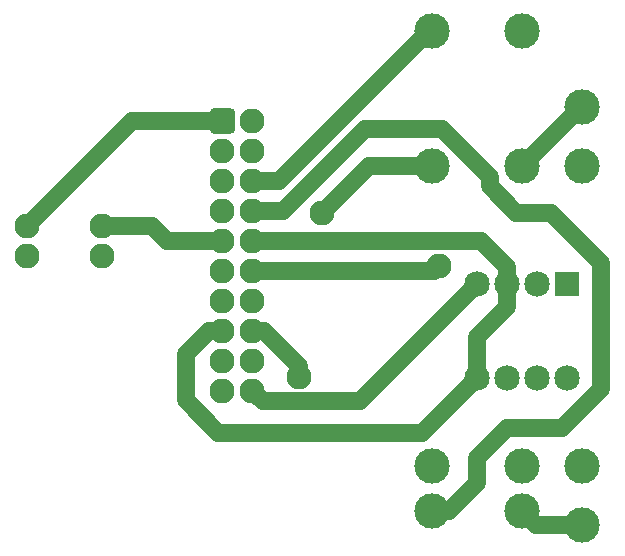
<source format=gbr>
%TF.GenerationSoftware,KiCad,Pcbnew,(5.1.9)-1*%
%TF.CreationDate,2021-04-30T18:21:52-07:00*%
%TF.ProjectId,preamp-board-v3,70726561-6d70-42d6-926f-6172642d7633,rev?*%
%TF.SameCoordinates,PX11a33a70PY316e4430*%
%TF.FileFunction,Copper,L1,Top*%
%TF.FilePolarity,Positive*%
%FSLAX46Y46*%
G04 Gerber Fmt 4.6, Leading zero omitted, Abs format (unit mm)*
G04 Created by KiCad (PCBNEW (5.1.9)-1) date 2021-04-30 18:21:52*
%MOMM*%
%LPD*%
G01*
G04 APERTURE LIST*
%TA.AperFunction,ComponentPad*%
%ADD10C,3.000000*%
%TD*%
%TA.AperFunction,ComponentPad*%
%ADD11C,2.125000*%
%TD*%
%TA.AperFunction,ComponentPad*%
%ADD12R,2.159000X2.159000*%
%TD*%
%TA.AperFunction,ComponentPad*%
%ADD13C,2.159000*%
%TD*%
%TA.AperFunction,ViaPad*%
%ADD14C,2.125000*%
%TD*%
%TA.AperFunction,Conductor*%
%ADD15C,1.524000*%
%TD*%
G04 APERTURE END LIST*
D10*
%TO.P,C1,2*%
%TO.N,Net-(C1-Pad2)*%
X63500000Y44370000D03*
%TO.P,C1,1*%
%TO.N,Net-(C1-Pad1)*%
X63500000Y39370000D03*
%TD*%
%TO.P,C2,2*%
%TO.N,Net-(C2-Pad2)*%
X63500000Y8970000D03*
%TO.P,C2,1*%
%TO.N,Net-(C2-Pad1)*%
X63500000Y13970000D03*
%TD*%
%TO.P,R1,2*%
%TO.N,Net-(J1-Pad8)*%
X50800000Y10160000D03*
%TO.P,R1,1*%
%TO.N,Net-(C2-Pad2)*%
X58420000Y10160000D03*
%TD*%
%TO.P,R2,2*%
%TO.N,Net-(J1-Pad18)*%
X50800000Y13970000D03*
%TO.P,R2,1*%
%TO.N,Net-(C2-Pad2)*%
X58420000Y13970000D03*
%TD*%
%TO.P,R4,2*%
%TO.N,Net-(J1-Pad14)*%
X50800000Y39370000D03*
%TO.P,R4,1*%
%TO.N,Net-(C1-Pad2)*%
X58420000Y39370000D03*
%TD*%
%TO.P,R3,2*%
%TO.N,Net-(J1-Pad6)*%
X50800000Y50800000D03*
%TO.P,R3,1*%
%TO.N,Net-(C1-Pad2)*%
X58420000Y50800000D03*
%TD*%
D11*
%TO.P,C4,2*%
%TO.N,Net-(C2-Pad1)*%
X22860000Y31790000D03*
%TO.P,C4,1*%
%TO.N,Net-(C4-Pad1)*%
X22860000Y34290000D03*
%TD*%
%TO.P,C3,2*%
%TO.N,Net-(C1-Pad1)*%
X16510000Y31790000D03*
%TO.P,C3,1*%
%TO.N,Net-(C3-Pad1)*%
X16510000Y34290000D03*
%TD*%
%TO.P,J1,1*%
%TO.N,Net-(C3-Pad1)*%
%TA.AperFunction,ComponentPad*%
G36*
G01*
X31957500Y42429875D02*
X31957500Y43930125D01*
G75*
G02*
X32269875Y44242500I312375J0D01*
G01*
X33770125Y44242500D01*
G75*
G02*
X34082500Y43930125I0J-312375D01*
G01*
X34082500Y42429875D01*
G75*
G02*
X33770125Y42117500I-312375J0D01*
G01*
X32269875Y42117500D01*
G75*
G02*
X31957500Y42429875I0J312375D01*
G01*
G37*
%TD.AperFunction*%
%TO.P,J1,3*%
%TO.N,Net-(J1-Pad3)*%
X33020000Y40640000D03*
%TO.P,J1,5*%
X33020000Y38100000D03*
%TO.P,J1,7*%
%TO.N,GND*%
X33020000Y35560000D03*
%TO.P,J1,9*%
%TO.N,Net-(C4-Pad1)*%
X33020000Y33020000D03*
%TO.P,J1,11*%
%TO.N,Net-(J1-Pad11)*%
X33020000Y30480000D03*
%TO.P,J1,13*%
X33020000Y27940000D03*
%TO.P,J1,15*%
%TO.N,GND*%
X33020000Y25400000D03*
%TO.P,J1,17*%
%TO.N,Net-(J1-Pad17)*%
X33020000Y22860000D03*
%TO.P,J1,19*%
%TO.N,Net-(J1-Pad19)*%
X33020000Y20320000D03*
%TO.P,J1,2*%
%TO.N,Net-(J1-Pad2)*%
X35560000Y43180000D03*
%TO.P,J1,4*%
%TO.N,Net-(J1-Pad4)*%
X35560000Y40640000D03*
%TO.P,J1,6*%
%TO.N,Net-(J1-Pad6)*%
X35560000Y38100000D03*
%TO.P,J1,8*%
%TO.N,Net-(J1-Pad8)*%
X35560000Y35560000D03*
%TO.P,J1,10*%
%TO.N,GND*%
X35560000Y33020000D03*
%TO.P,J1,12*%
%TO.N,Net-(C1-Pad1)*%
X35560000Y30480000D03*
%TO.P,J1,14*%
%TO.N,Net-(J1-Pad14)*%
X35560000Y27940000D03*
%TO.P,J1,16*%
%TO.N,Net-(C2-Pad1)*%
X35560000Y25400000D03*
%TO.P,J1,18*%
%TO.N,Net-(J1-Pad18)*%
X35560000Y22860000D03*
%TO.P,J1,20*%
%TO.N,Net-(J1-Pad20)*%
X35560000Y20320000D03*
%TD*%
D12*
%TO.P,U1,1*%
%TO.N,Net-(C1-Pad1)*%
X62230000Y29370000D03*
D13*
%TO.P,U1,2*%
%TO.N,Net-(C1-Pad2)*%
X59690000Y29370000D03*
%TO.P,U1,3*%
%TO.N,GND*%
X57150000Y29370000D03*
%TO.P,U1,4*%
%TO.N,Net-(J1-Pad20)*%
X54610000Y29370000D03*
%TO.P,U1,5*%
%TO.N,GND*%
X54610000Y21430000D03*
%TO.P,U1,6*%
%TO.N,Net-(C2-Pad2)*%
X57150000Y21430000D03*
%TO.P,U1,7*%
%TO.N,Net-(C2-Pad1)*%
X59690000Y21430000D03*
%TO.P,U1,8*%
%TO.N,Net-(J1-Pad2)*%
X62230000Y21430000D03*
%TD*%
D14*
%TO.N,Net-(C1-Pad1)*%
X51384000Y30909000D03*
%TO.N,Net-(C2-Pad1)*%
X39505000Y21463000D03*
%TO.N,Net-(J1-Pad14)*%
X41420000Y35400000D03*
%TD*%
D15*
%TO.N,Net-(C1-Pad1)*%
X51384000Y30909000D02*
X50955000Y30480000D01*
X50955000Y30480000D02*
X35560000Y30480000D01*
%TO.N,Net-(C1-Pad2)*%
X63500000Y44370000D02*
X63420000Y44370000D01*
X63420000Y44370000D02*
X58420000Y39370000D01*
%TO.N,Net-(C2-Pad2)*%
X63500000Y8970000D02*
X59610000Y8970000D01*
X59610000Y8970000D02*
X58420000Y10160000D01*
%TO.N,Net-(C2-Pad1)*%
X39505000Y21463000D02*
X39505000Y22397000D01*
X39505000Y22397000D02*
X36502000Y25400000D01*
X36502000Y25400000D02*
X35560000Y25400000D01*
%TO.N,Net-(C3-Pad1)*%
X16510000Y34290000D02*
X25400000Y43180000D01*
X25400000Y43180000D02*
X33020000Y43180000D01*
%TO.N,Net-(C4-Pad1)*%
X22860000Y34290000D02*
X27022000Y34290000D01*
X27022000Y34290000D02*
X28292000Y33020000D01*
X28292000Y33020000D02*
X33020000Y33020000D01*
%TO.N,Net-(J1-Pad6)*%
X50800000Y50800000D02*
X50534000Y50800000D01*
X50534000Y50800000D02*
X37834000Y38100000D01*
X37834000Y38100000D02*
X35560000Y38100000D01*
%TO.N,GND*%
X33020000Y25400000D02*
X31853000Y25400000D01*
X31853000Y25400000D02*
X29896000Y23443000D01*
X29896000Y23443000D02*
X29896000Y19531000D01*
X29896000Y19531000D02*
X32678000Y16749000D01*
X32678000Y16749000D02*
X49929000Y16749000D01*
X49929000Y16749000D02*
X54610000Y21430000D01*
X57150000Y29370000D02*
X57150000Y30806000D01*
X57150000Y30806000D02*
X54936000Y33020000D01*
X54936000Y33020000D02*
X35560000Y33020000D01*
X57150000Y29370000D02*
X57150000Y27443000D01*
X57150000Y27443000D02*
X54610000Y24903000D01*
X54610000Y24903000D02*
X54610000Y21430000D01*
%TO.N,Net-(J1-Pad14)*%
X41420000Y35400000D02*
X45390000Y39370000D01*
X45390000Y39370000D02*
X50800000Y39370000D01*
%TO.N,Net-(J1-Pad20)*%
X35560000Y20320000D02*
X36450000Y19430000D01*
X36450000Y19430000D02*
X44670000Y19430000D01*
X44670000Y19430000D02*
X54610000Y29370000D01*
%TO.N,Net-(J1-Pad8)*%
X50800000Y10160000D02*
X52213000Y10160000D01*
X52213000Y10160000D02*
X54610000Y12557000D01*
X54610000Y12557000D02*
X54610000Y14650000D01*
X54610000Y14650000D02*
X57150000Y17190000D01*
X57150000Y17190000D02*
X61795000Y17190000D01*
X61795000Y17190000D02*
X65067000Y20462000D01*
X65067000Y20462000D02*
X65067000Y31153000D01*
X65067000Y31153000D02*
X60818000Y35402000D01*
X60818000Y35402000D02*
X57913000Y35402000D01*
X57913000Y35402000D02*
X55648000Y37667000D01*
X55648000Y37667000D02*
X55648000Y38456000D01*
X55648000Y38456000D02*
X51604000Y42500000D01*
X51604000Y42500000D02*
X45111000Y42500000D01*
X45111000Y42500000D02*
X38171000Y35560000D01*
X38171000Y35560000D02*
X35560000Y35560000D01*
%TD*%
M02*

</source>
